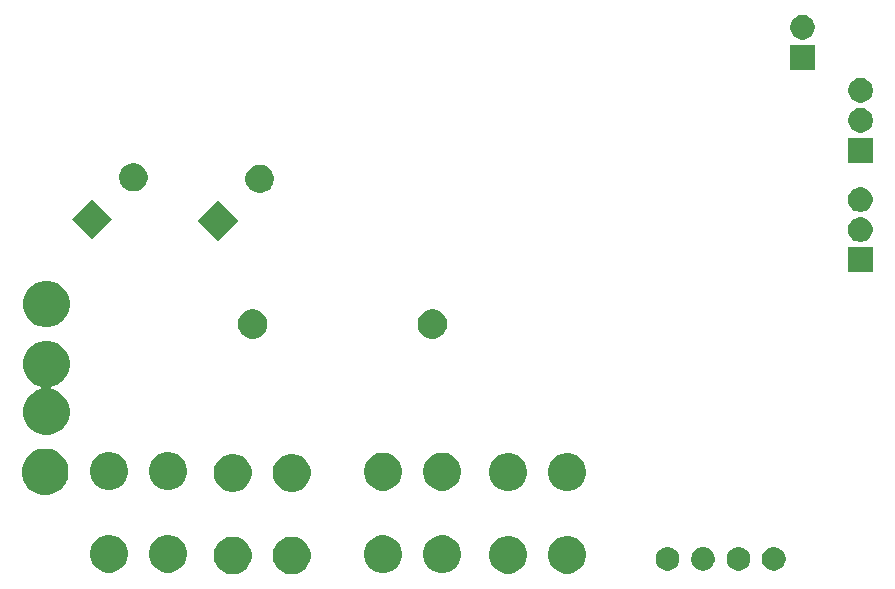
<source format=gbr>
G04 #@! TF.GenerationSoftware,KiCad,Pcbnew,5.1.5+dfsg1-2build2*
G04 #@! TF.CreationDate,2024-07-20T11:36:23-04:00*
G04 #@! TF.ProjectId,pypilot_controller,70797069-6c6f-4745-9f63-6f6e74726f6c,rev?*
G04 #@! TF.SameCoordinates,Original*
G04 #@! TF.FileFunction,Soldermask,Bot*
G04 #@! TF.FilePolarity,Negative*
%FSLAX46Y46*%
G04 Gerber Fmt 4.6, Leading zero omitted, Abs format (unit mm)*
G04 Created by KiCad (PCBNEW 5.1.5+dfsg1-2build2) date 2024-07-20 11:36:23*
%MOMM*%
%LPD*%
G04 APERTURE LIST*
%ADD10C,0.100000*%
G04 APERTURE END LIST*
D10*
G36*
X27386903Y-47092086D02*
G01*
X27678083Y-47212697D01*
X27940140Y-47387798D01*
X28163002Y-47610660D01*
X28338103Y-47872717D01*
X28458714Y-48163897D01*
X28520200Y-48473012D01*
X28520200Y-48788188D01*
X28458714Y-49097303D01*
X28338103Y-49388483D01*
X28163002Y-49650540D01*
X27940140Y-49873402D01*
X27678083Y-50048503D01*
X27386903Y-50169114D01*
X27077788Y-50230600D01*
X26762612Y-50230600D01*
X26453497Y-50169114D01*
X26162317Y-50048503D01*
X25900260Y-49873402D01*
X25677398Y-49650540D01*
X25502297Y-49388483D01*
X25381686Y-49097303D01*
X25320200Y-48788188D01*
X25320200Y-48473012D01*
X25381686Y-48163897D01*
X25502297Y-47872717D01*
X25677398Y-47610660D01*
X25900260Y-47387798D01*
X26162317Y-47212697D01*
X26453497Y-47092086D01*
X26762612Y-47030600D01*
X27077788Y-47030600D01*
X27386903Y-47092086D01*
G37*
G36*
X22386903Y-47092086D02*
G01*
X22678083Y-47212697D01*
X22940140Y-47387798D01*
X23163002Y-47610660D01*
X23338103Y-47872717D01*
X23458714Y-48163897D01*
X23520200Y-48473012D01*
X23520200Y-48788188D01*
X23458714Y-49097303D01*
X23338103Y-49388483D01*
X23163002Y-49650540D01*
X22940140Y-49873402D01*
X22678083Y-50048503D01*
X22386903Y-50169114D01*
X22077788Y-50230600D01*
X21762612Y-50230600D01*
X21453497Y-50169114D01*
X21162317Y-50048503D01*
X20900260Y-49873402D01*
X20677398Y-49650540D01*
X20502297Y-49388483D01*
X20381686Y-49097303D01*
X20320200Y-48788188D01*
X20320200Y-48473012D01*
X20381686Y-48163897D01*
X20502297Y-47872717D01*
X20677398Y-47610660D01*
X20900260Y-47387798D01*
X21162317Y-47212697D01*
X21453497Y-47092086D01*
X21762612Y-47030600D01*
X22077788Y-47030600D01*
X22386903Y-47092086D01*
G37*
G36*
X50704103Y-47026286D02*
G01*
X50995283Y-47146897D01*
X51257340Y-47321998D01*
X51480202Y-47544860D01*
X51655303Y-47806917D01*
X51775914Y-48098097D01*
X51837400Y-48407212D01*
X51837400Y-48722388D01*
X51775914Y-49031503D01*
X51655303Y-49322683D01*
X51480202Y-49584740D01*
X51257340Y-49807602D01*
X50995283Y-49982703D01*
X50704103Y-50103314D01*
X50394988Y-50164800D01*
X50079812Y-50164800D01*
X49770697Y-50103314D01*
X49479517Y-49982703D01*
X49217460Y-49807602D01*
X48994598Y-49584740D01*
X48819497Y-49322683D01*
X48698886Y-49031503D01*
X48637400Y-48722388D01*
X48637400Y-48407212D01*
X48698886Y-48098097D01*
X48819497Y-47806917D01*
X48994598Y-47544860D01*
X49217460Y-47321998D01*
X49479517Y-47146897D01*
X49770697Y-47026286D01*
X50079812Y-46964800D01*
X50394988Y-46964800D01*
X50704103Y-47026286D01*
G37*
G36*
X45704103Y-47026286D02*
G01*
X45995283Y-47146897D01*
X46257340Y-47321998D01*
X46480202Y-47544860D01*
X46655303Y-47806917D01*
X46775914Y-48098097D01*
X46837400Y-48407212D01*
X46837400Y-48722388D01*
X46775914Y-49031503D01*
X46655303Y-49322683D01*
X46480202Y-49584740D01*
X46257340Y-49807602D01*
X45995283Y-49982703D01*
X45704103Y-50103314D01*
X45394988Y-50164800D01*
X45079812Y-50164800D01*
X44770697Y-50103314D01*
X44479517Y-49982703D01*
X44217460Y-49807602D01*
X43994598Y-49584740D01*
X43819497Y-49322683D01*
X43698886Y-49031503D01*
X43637400Y-48722388D01*
X43637400Y-48407212D01*
X43698886Y-48098097D01*
X43819497Y-47806917D01*
X43994598Y-47544860D01*
X44217460Y-47321998D01*
X44479517Y-47146897D01*
X44770697Y-47026286D01*
X45079812Y-46964800D01*
X45394988Y-46964800D01*
X45704103Y-47026286D01*
G37*
G36*
X40116103Y-46990486D02*
G01*
X40407283Y-47111097D01*
X40669340Y-47286198D01*
X40892202Y-47509060D01*
X41067303Y-47771117D01*
X41187914Y-48062297D01*
X41249400Y-48371412D01*
X41249400Y-48686588D01*
X41187914Y-48995703D01*
X41067303Y-49286883D01*
X40892202Y-49548940D01*
X40669340Y-49771802D01*
X40407283Y-49946903D01*
X40116103Y-50067514D01*
X39806988Y-50129000D01*
X39491812Y-50129000D01*
X39182697Y-50067514D01*
X38891517Y-49946903D01*
X38629460Y-49771802D01*
X38406598Y-49548940D01*
X38231497Y-49286883D01*
X38110886Y-48995703D01*
X38049400Y-48686588D01*
X38049400Y-48371412D01*
X38110886Y-48062297D01*
X38231497Y-47771117D01*
X38406598Y-47509060D01*
X38629460Y-47286198D01*
X38891517Y-47111097D01*
X39182697Y-46990486D01*
X39491812Y-46929000D01*
X39806988Y-46929000D01*
X40116103Y-46990486D01*
G37*
G36*
X35116103Y-46990486D02*
G01*
X35407283Y-47111097D01*
X35669340Y-47286198D01*
X35892202Y-47509060D01*
X36067303Y-47771117D01*
X36187914Y-48062297D01*
X36249400Y-48371412D01*
X36249400Y-48686588D01*
X36187914Y-48995703D01*
X36067303Y-49286883D01*
X35892202Y-49548940D01*
X35669340Y-49771802D01*
X35407283Y-49946903D01*
X35116103Y-50067514D01*
X34806988Y-50129000D01*
X34491812Y-50129000D01*
X34182697Y-50067514D01*
X33891517Y-49946903D01*
X33629460Y-49771802D01*
X33406598Y-49548940D01*
X33231497Y-49286883D01*
X33110886Y-48995703D01*
X33049400Y-48686588D01*
X33049400Y-48371412D01*
X33110886Y-48062297D01*
X33231497Y-47771117D01*
X33406598Y-47509060D01*
X33629460Y-47286198D01*
X33891517Y-47111097D01*
X34182697Y-46990486D01*
X34491812Y-46929000D01*
X34806988Y-46929000D01*
X35116103Y-46990486D01*
G37*
G36*
X16911303Y-46944886D02*
G01*
X17202483Y-47065497D01*
X17464540Y-47240598D01*
X17687402Y-47463460D01*
X17862503Y-47725517D01*
X17983114Y-48016697D01*
X18044600Y-48325812D01*
X18044600Y-48640988D01*
X17983114Y-48950103D01*
X17862503Y-49241283D01*
X17687402Y-49503340D01*
X17464540Y-49726202D01*
X17202483Y-49901303D01*
X16911303Y-50021914D01*
X16602188Y-50083400D01*
X16287012Y-50083400D01*
X15977897Y-50021914D01*
X15686717Y-49901303D01*
X15424660Y-49726202D01*
X15201798Y-49503340D01*
X15026697Y-49241283D01*
X14906086Y-48950103D01*
X14844600Y-48640988D01*
X14844600Y-48325812D01*
X14906086Y-48016697D01*
X15026697Y-47725517D01*
X15201798Y-47463460D01*
X15424660Y-47240598D01*
X15686717Y-47065497D01*
X15977897Y-46944886D01*
X16287012Y-46883400D01*
X16602188Y-46883400D01*
X16911303Y-46944886D01*
G37*
G36*
X11911303Y-46944886D02*
G01*
X12202483Y-47065497D01*
X12464540Y-47240598D01*
X12687402Y-47463460D01*
X12862503Y-47725517D01*
X12983114Y-48016697D01*
X13044600Y-48325812D01*
X13044600Y-48640988D01*
X12983114Y-48950103D01*
X12862503Y-49241283D01*
X12687402Y-49503340D01*
X12464540Y-49726202D01*
X12202483Y-49901303D01*
X11911303Y-50021914D01*
X11602188Y-50083400D01*
X11287012Y-50083400D01*
X10977897Y-50021914D01*
X10686717Y-49901303D01*
X10424660Y-49726202D01*
X10201798Y-49503340D01*
X10026697Y-49241283D01*
X9906086Y-48950103D01*
X9844600Y-48640988D01*
X9844600Y-48325812D01*
X9906086Y-48016697D01*
X10026697Y-47725517D01*
X10201798Y-47463460D01*
X10424660Y-47240598D01*
X10686717Y-47065497D01*
X10977897Y-46944886D01*
X11287012Y-46883400D01*
X11602188Y-46883400D01*
X11911303Y-46944886D01*
G37*
G36*
X58969090Y-47946019D02*
G01*
X59033489Y-47958829D01*
X59215478Y-48034211D01*
X59379263Y-48143649D01*
X59518551Y-48282937D01*
X59627989Y-48446722D01*
X59703371Y-48628711D01*
X59705813Y-48640988D01*
X59741800Y-48821907D01*
X59741800Y-49018893D01*
X59726203Y-49097303D01*
X59703371Y-49212089D01*
X59627989Y-49394078D01*
X59518551Y-49557863D01*
X59379263Y-49697151D01*
X59215478Y-49806589D01*
X59033489Y-49881971D01*
X58969090Y-49894781D01*
X58840293Y-49920400D01*
X58643307Y-49920400D01*
X58514510Y-49894781D01*
X58450111Y-49881971D01*
X58268122Y-49806589D01*
X58104337Y-49697151D01*
X57965049Y-49557863D01*
X57855611Y-49394078D01*
X57780229Y-49212089D01*
X57757397Y-49097303D01*
X57741800Y-49018893D01*
X57741800Y-48821907D01*
X57777787Y-48640988D01*
X57780229Y-48628711D01*
X57855611Y-48446722D01*
X57965049Y-48282937D01*
X58104337Y-48143649D01*
X58268122Y-48034211D01*
X58450111Y-47958829D01*
X58514510Y-47946019D01*
X58643307Y-47920400D01*
X58840293Y-47920400D01*
X58969090Y-47946019D01*
G37*
G36*
X67969090Y-47946019D02*
G01*
X68033489Y-47958829D01*
X68215478Y-48034211D01*
X68379263Y-48143649D01*
X68518551Y-48282937D01*
X68627989Y-48446722D01*
X68703371Y-48628711D01*
X68705813Y-48640988D01*
X68741800Y-48821907D01*
X68741800Y-49018893D01*
X68726203Y-49097303D01*
X68703371Y-49212089D01*
X68627989Y-49394078D01*
X68518551Y-49557863D01*
X68379263Y-49697151D01*
X68215478Y-49806589D01*
X68033489Y-49881971D01*
X67969090Y-49894781D01*
X67840293Y-49920400D01*
X67643307Y-49920400D01*
X67514510Y-49894781D01*
X67450111Y-49881971D01*
X67268122Y-49806589D01*
X67104337Y-49697151D01*
X66965049Y-49557863D01*
X66855611Y-49394078D01*
X66780229Y-49212089D01*
X66757397Y-49097303D01*
X66741800Y-49018893D01*
X66741800Y-48821907D01*
X66777787Y-48640988D01*
X66780229Y-48628711D01*
X66855611Y-48446722D01*
X66965049Y-48282937D01*
X67104337Y-48143649D01*
X67268122Y-48034211D01*
X67450111Y-47958829D01*
X67514510Y-47946019D01*
X67643307Y-47920400D01*
X67840293Y-47920400D01*
X67969090Y-47946019D01*
G37*
G36*
X64969090Y-47946019D02*
G01*
X65033489Y-47958829D01*
X65215478Y-48034211D01*
X65379263Y-48143649D01*
X65518551Y-48282937D01*
X65627989Y-48446722D01*
X65703371Y-48628711D01*
X65705813Y-48640988D01*
X65741800Y-48821907D01*
X65741800Y-49018893D01*
X65726203Y-49097303D01*
X65703371Y-49212089D01*
X65627989Y-49394078D01*
X65518551Y-49557863D01*
X65379263Y-49697151D01*
X65215478Y-49806589D01*
X65033489Y-49881971D01*
X64969090Y-49894781D01*
X64840293Y-49920400D01*
X64643307Y-49920400D01*
X64514510Y-49894781D01*
X64450111Y-49881971D01*
X64268122Y-49806589D01*
X64104337Y-49697151D01*
X63965049Y-49557863D01*
X63855611Y-49394078D01*
X63780229Y-49212089D01*
X63757397Y-49097303D01*
X63741800Y-49018893D01*
X63741800Y-48821907D01*
X63777787Y-48640988D01*
X63780229Y-48628711D01*
X63855611Y-48446722D01*
X63965049Y-48282937D01*
X64104337Y-48143649D01*
X64268122Y-48034211D01*
X64450111Y-47958829D01*
X64514510Y-47946019D01*
X64643307Y-47920400D01*
X64840293Y-47920400D01*
X64969090Y-47946019D01*
G37*
G36*
X61969090Y-47946019D02*
G01*
X62033489Y-47958829D01*
X62215478Y-48034211D01*
X62379263Y-48143649D01*
X62518551Y-48282937D01*
X62627989Y-48446722D01*
X62703371Y-48628711D01*
X62705813Y-48640988D01*
X62741800Y-48821907D01*
X62741800Y-49018893D01*
X62726203Y-49097303D01*
X62703371Y-49212089D01*
X62627989Y-49394078D01*
X62518551Y-49557863D01*
X62379263Y-49697151D01*
X62215478Y-49806589D01*
X62033489Y-49881971D01*
X61969090Y-49894781D01*
X61840293Y-49920400D01*
X61643307Y-49920400D01*
X61514510Y-49894781D01*
X61450111Y-49881971D01*
X61268122Y-49806589D01*
X61104337Y-49697151D01*
X60965049Y-49557863D01*
X60855611Y-49394078D01*
X60780229Y-49212089D01*
X60757397Y-49097303D01*
X60741800Y-49018893D01*
X60741800Y-48821907D01*
X60777787Y-48640988D01*
X60780229Y-48628711D01*
X60855611Y-48446722D01*
X60965049Y-48282937D01*
X61104337Y-48143649D01*
X61268122Y-48034211D01*
X61450111Y-47958829D01*
X61514510Y-47946019D01*
X61643307Y-47920400D01*
X61840293Y-47920400D01*
X61969090Y-47946019D01*
G37*
G36*
X6624627Y-39655705D02*
G01*
X6983143Y-39804208D01*
X6983145Y-39804209D01*
X7305802Y-40019801D01*
X7580199Y-40294198D01*
X7795791Y-40616855D01*
X7795792Y-40616857D01*
X7944295Y-40975373D01*
X8020000Y-41355971D01*
X8020000Y-41744029D01*
X7944295Y-42124627D01*
X7835001Y-42388484D01*
X7795791Y-42483145D01*
X7580199Y-42805802D01*
X7305802Y-43080199D01*
X6983145Y-43295791D01*
X6983144Y-43295792D01*
X6983143Y-43295792D01*
X6624627Y-43444295D01*
X6244029Y-43520000D01*
X5855971Y-43520000D01*
X5475373Y-43444295D01*
X5116857Y-43295792D01*
X5116856Y-43295792D01*
X5116855Y-43295791D01*
X4794198Y-43080199D01*
X4519801Y-42805802D01*
X4304209Y-42483145D01*
X4264999Y-42388484D01*
X4155705Y-42124627D01*
X4080000Y-41744029D01*
X4080000Y-41355971D01*
X4155705Y-40975373D01*
X4304208Y-40616857D01*
X4304209Y-40616855D01*
X4519801Y-40294198D01*
X4794198Y-40019801D01*
X5116855Y-39804209D01*
X5116857Y-39804208D01*
X5475373Y-39655705D01*
X5855971Y-39580000D01*
X6244029Y-39580000D01*
X6624627Y-39655705D01*
G37*
G36*
X27386903Y-40092086D02*
G01*
X27678083Y-40212697D01*
X27940140Y-40387798D01*
X28163002Y-40610660D01*
X28338103Y-40872717D01*
X28458714Y-41163897D01*
X28520200Y-41473012D01*
X28520200Y-41788188D01*
X28458714Y-42097303D01*
X28338103Y-42388483D01*
X28163002Y-42650540D01*
X27940140Y-42873402D01*
X27678083Y-43048503D01*
X27386903Y-43169114D01*
X27077788Y-43230600D01*
X26762612Y-43230600D01*
X26453497Y-43169114D01*
X26162317Y-43048503D01*
X25900260Y-42873402D01*
X25677398Y-42650540D01*
X25502297Y-42388483D01*
X25381686Y-42097303D01*
X25320200Y-41788188D01*
X25320200Y-41473012D01*
X25381686Y-41163897D01*
X25502297Y-40872717D01*
X25677398Y-40610660D01*
X25900260Y-40387798D01*
X26162317Y-40212697D01*
X26453497Y-40092086D01*
X26762612Y-40030600D01*
X27077788Y-40030600D01*
X27386903Y-40092086D01*
G37*
G36*
X22386903Y-40092086D02*
G01*
X22678083Y-40212697D01*
X22940140Y-40387798D01*
X23163002Y-40610660D01*
X23338103Y-40872717D01*
X23458714Y-41163897D01*
X23520200Y-41473012D01*
X23520200Y-41788188D01*
X23458714Y-42097303D01*
X23338103Y-42388483D01*
X23163002Y-42650540D01*
X22940140Y-42873402D01*
X22678083Y-43048503D01*
X22386903Y-43169114D01*
X22077788Y-43230600D01*
X21762612Y-43230600D01*
X21453497Y-43169114D01*
X21162317Y-43048503D01*
X20900260Y-42873402D01*
X20677398Y-42650540D01*
X20502297Y-42388483D01*
X20381686Y-42097303D01*
X20320200Y-41788188D01*
X20320200Y-41473012D01*
X20381686Y-41163897D01*
X20502297Y-40872717D01*
X20677398Y-40610660D01*
X20900260Y-40387798D01*
X21162317Y-40212697D01*
X21453497Y-40092086D01*
X21762612Y-40030600D01*
X22077788Y-40030600D01*
X22386903Y-40092086D01*
G37*
G36*
X45704103Y-40026286D02*
G01*
X45995283Y-40146897D01*
X46257340Y-40321998D01*
X46480202Y-40544860D01*
X46655303Y-40806917D01*
X46775914Y-41098097D01*
X46837400Y-41407212D01*
X46837400Y-41722388D01*
X46775914Y-42031503D01*
X46655303Y-42322683D01*
X46480202Y-42584740D01*
X46257340Y-42807602D01*
X45995283Y-42982703D01*
X45704103Y-43103314D01*
X45394988Y-43164800D01*
X45079812Y-43164800D01*
X44770697Y-43103314D01*
X44479517Y-42982703D01*
X44217460Y-42807602D01*
X43994598Y-42584740D01*
X43819497Y-42322683D01*
X43698886Y-42031503D01*
X43637400Y-41722388D01*
X43637400Y-41407212D01*
X43698886Y-41098097D01*
X43819497Y-40806917D01*
X43994598Y-40544860D01*
X44217460Y-40321998D01*
X44479517Y-40146897D01*
X44770697Y-40026286D01*
X45079812Y-39964800D01*
X45394988Y-39964800D01*
X45704103Y-40026286D01*
G37*
G36*
X50704103Y-40026286D02*
G01*
X50995283Y-40146897D01*
X51257340Y-40321998D01*
X51480202Y-40544860D01*
X51655303Y-40806917D01*
X51775914Y-41098097D01*
X51837400Y-41407212D01*
X51837400Y-41722388D01*
X51775914Y-42031503D01*
X51655303Y-42322683D01*
X51480202Y-42584740D01*
X51257340Y-42807602D01*
X50995283Y-42982703D01*
X50704103Y-43103314D01*
X50394988Y-43164800D01*
X50079812Y-43164800D01*
X49770697Y-43103314D01*
X49479517Y-42982703D01*
X49217460Y-42807602D01*
X48994598Y-42584740D01*
X48819497Y-42322683D01*
X48698886Y-42031503D01*
X48637400Y-41722388D01*
X48637400Y-41407212D01*
X48698886Y-41098097D01*
X48819497Y-40806917D01*
X48994598Y-40544860D01*
X49217460Y-40321998D01*
X49479517Y-40146897D01*
X49770697Y-40026286D01*
X50079812Y-39964800D01*
X50394988Y-39964800D01*
X50704103Y-40026286D01*
G37*
G36*
X35116103Y-39990486D02*
G01*
X35407283Y-40111097D01*
X35669340Y-40286198D01*
X35892202Y-40509060D01*
X36067303Y-40771117D01*
X36187914Y-41062297D01*
X36249400Y-41371412D01*
X36249400Y-41686588D01*
X36187914Y-41995703D01*
X36067303Y-42286883D01*
X35892202Y-42548940D01*
X35669340Y-42771802D01*
X35407283Y-42946903D01*
X35116103Y-43067514D01*
X34806988Y-43129000D01*
X34491812Y-43129000D01*
X34182697Y-43067514D01*
X33891517Y-42946903D01*
X33629460Y-42771802D01*
X33406598Y-42548940D01*
X33231497Y-42286883D01*
X33110886Y-41995703D01*
X33049400Y-41686588D01*
X33049400Y-41371412D01*
X33110886Y-41062297D01*
X33231497Y-40771117D01*
X33406598Y-40509060D01*
X33629460Y-40286198D01*
X33891517Y-40111097D01*
X34182697Y-39990486D01*
X34491812Y-39929000D01*
X34806988Y-39929000D01*
X35116103Y-39990486D01*
G37*
G36*
X40116103Y-39990486D02*
G01*
X40407283Y-40111097D01*
X40669340Y-40286198D01*
X40892202Y-40509060D01*
X41067303Y-40771117D01*
X41187914Y-41062297D01*
X41249400Y-41371412D01*
X41249400Y-41686588D01*
X41187914Y-41995703D01*
X41067303Y-42286883D01*
X40892202Y-42548940D01*
X40669340Y-42771802D01*
X40407283Y-42946903D01*
X40116103Y-43067514D01*
X39806988Y-43129000D01*
X39491812Y-43129000D01*
X39182697Y-43067514D01*
X38891517Y-42946903D01*
X38629460Y-42771802D01*
X38406598Y-42548940D01*
X38231497Y-42286883D01*
X38110886Y-41995703D01*
X38049400Y-41686588D01*
X38049400Y-41371412D01*
X38110886Y-41062297D01*
X38231497Y-40771117D01*
X38406598Y-40509060D01*
X38629460Y-40286198D01*
X38891517Y-40111097D01*
X39182697Y-39990486D01*
X39491812Y-39929000D01*
X39806988Y-39929000D01*
X40116103Y-39990486D01*
G37*
G36*
X16911303Y-39944886D02*
G01*
X17202483Y-40065497D01*
X17464540Y-40240598D01*
X17687402Y-40463460D01*
X17862503Y-40725517D01*
X17983114Y-41016697D01*
X18044600Y-41325812D01*
X18044600Y-41640988D01*
X17983114Y-41950103D01*
X17862503Y-42241283D01*
X17687402Y-42503340D01*
X17464540Y-42726202D01*
X17202483Y-42901303D01*
X16911303Y-43021914D01*
X16602188Y-43083400D01*
X16287012Y-43083400D01*
X15977897Y-43021914D01*
X15686717Y-42901303D01*
X15424660Y-42726202D01*
X15201798Y-42503340D01*
X15026697Y-42241283D01*
X14906086Y-41950103D01*
X14844600Y-41640988D01*
X14844600Y-41325812D01*
X14906086Y-41016697D01*
X15026697Y-40725517D01*
X15201798Y-40463460D01*
X15424660Y-40240598D01*
X15686717Y-40065497D01*
X15977897Y-39944886D01*
X16287012Y-39883400D01*
X16602188Y-39883400D01*
X16911303Y-39944886D01*
G37*
G36*
X11911303Y-39944886D02*
G01*
X12202483Y-40065497D01*
X12464540Y-40240598D01*
X12687402Y-40463460D01*
X12862503Y-40725517D01*
X12983114Y-41016697D01*
X13044600Y-41325812D01*
X13044600Y-41640988D01*
X12983114Y-41950103D01*
X12862503Y-42241283D01*
X12687402Y-42503340D01*
X12464540Y-42726202D01*
X12202483Y-42901303D01*
X11911303Y-43021914D01*
X11602188Y-43083400D01*
X11287012Y-43083400D01*
X10977897Y-43021914D01*
X10686717Y-42901303D01*
X10424660Y-42726202D01*
X10201798Y-42503340D01*
X10026697Y-42241283D01*
X9906086Y-41950103D01*
X9844600Y-41640988D01*
X9844600Y-41325812D01*
X9906086Y-41016697D01*
X10026697Y-40725517D01*
X10201798Y-40463460D01*
X10424660Y-40240598D01*
X10686717Y-40065497D01*
X10977897Y-39944886D01*
X11287012Y-39883400D01*
X11602188Y-39883400D01*
X11911303Y-39944886D01*
G37*
G36*
X6724627Y-30515705D02*
G01*
X7083143Y-30664208D01*
X7083145Y-30664209D01*
X7405802Y-30879801D01*
X7680199Y-31154198D01*
X7895791Y-31476855D01*
X7895792Y-31476857D01*
X8044295Y-31835373D01*
X8120000Y-32215971D01*
X8120000Y-32604029D01*
X8044295Y-32984627D01*
X7895792Y-33343143D01*
X7895791Y-33343145D01*
X7680199Y-33665802D01*
X7405802Y-33940199D01*
X7083145Y-34155791D01*
X7083144Y-34155792D01*
X7083143Y-34155792D01*
X6724627Y-34304295D01*
X6658728Y-34317403D01*
X6635279Y-34324516D01*
X6613669Y-34336067D01*
X6594727Y-34351612D01*
X6579181Y-34370554D01*
X6567630Y-34392165D01*
X6560517Y-34415614D01*
X6558115Y-34440000D01*
X6560517Y-34464386D01*
X6567630Y-34487835D01*
X6579181Y-34509445D01*
X6594726Y-34528387D01*
X6613668Y-34543933D01*
X6635279Y-34555484D01*
X6658728Y-34562597D01*
X6724627Y-34575705D01*
X7083143Y-34724208D01*
X7083145Y-34724209D01*
X7405802Y-34939801D01*
X7680199Y-35214198D01*
X7895791Y-35536855D01*
X7895792Y-35536857D01*
X8044295Y-35895373D01*
X8120000Y-36275971D01*
X8120000Y-36664029D01*
X8044295Y-37044627D01*
X7895792Y-37403143D01*
X7895791Y-37403145D01*
X7680199Y-37725802D01*
X7405802Y-38000199D01*
X7083145Y-38215791D01*
X7083144Y-38215792D01*
X7083143Y-38215792D01*
X6724627Y-38364295D01*
X6344029Y-38440000D01*
X5955971Y-38440000D01*
X5575373Y-38364295D01*
X5216857Y-38215792D01*
X5216856Y-38215792D01*
X5216855Y-38215791D01*
X4894198Y-38000199D01*
X4619801Y-37725802D01*
X4404209Y-37403145D01*
X4404208Y-37403143D01*
X4255705Y-37044627D01*
X4180000Y-36664029D01*
X4180000Y-36275971D01*
X4255705Y-35895373D01*
X4404208Y-35536857D01*
X4404209Y-35536855D01*
X4619801Y-35214198D01*
X4894198Y-34939801D01*
X5216855Y-34724209D01*
X5216857Y-34724208D01*
X5575373Y-34575705D01*
X5641272Y-34562597D01*
X5664721Y-34555484D01*
X5686331Y-34543933D01*
X5705273Y-34528388D01*
X5720819Y-34509446D01*
X5732370Y-34487835D01*
X5739483Y-34464386D01*
X5741885Y-34440000D01*
X5739483Y-34415614D01*
X5732370Y-34392165D01*
X5720819Y-34370555D01*
X5705274Y-34351613D01*
X5686332Y-34336067D01*
X5664721Y-34324516D01*
X5641272Y-34317403D01*
X5575373Y-34304295D01*
X5216857Y-34155792D01*
X5216856Y-34155792D01*
X5216855Y-34155791D01*
X4894198Y-33940199D01*
X4619801Y-33665802D01*
X4404209Y-33343145D01*
X4404208Y-33343143D01*
X4255705Y-32984627D01*
X4180000Y-32604029D01*
X4180000Y-32215971D01*
X4255705Y-31835373D01*
X4404208Y-31476857D01*
X4404209Y-31476855D01*
X4619801Y-31154198D01*
X4894198Y-30879801D01*
X5216855Y-30664209D01*
X5216857Y-30664208D01*
X5575373Y-30515705D01*
X5955971Y-30440000D01*
X6344029Y-30440000D01*
X6724627Y-30515705D01*
G37*
G36*
X39201210Y-27830236D02*
G01*
X39428695Y-27924464D01*
X39428697Y-27924465D01*
X39633428Y-28061262D01*
X39807538Y-28235372D01*
X39944336Y-28440105D01*
X40038564Y-28667590D01*
X40086600Y-28909084D01*
X40086600Y-29155316D01*
X40038564Y-29396810D01*
X39944336Y-29624295D01*
X39944335Y-29624297D01*
X39807538Y-29829028D01*
X39633428Y-30003138D01*
X39428697Y-30139935D01*
X39428696Y-30139936D01*
X39428695Y-30139936D01*
X39201210Y-30234164D01*
X38959716Y-30282200D01*
X38713484Y-30282200D01*
X38471990Y-30234164D01*
X38244505Y-30139936D01*
X38244504Y-30139936D01*
X38244503Y-30139935D01*
X38039772Y-30003138D01*
X37865662Y-29829028D01*
X37728865Y-29624297D01*
X37728864Y-29624295D01*
X37634636Y-29396810D01*
X37586600Y-29155316D01*
X37586600Y-28909084D01*
X37634636Y-28667590D01*
X37728864Y-28440105D01*
X37865662Y-28235372D01*
X38039772Y-28061262D01*
X38244503Y-27924465D01*
X38244505Y-27924464D01*
X38471990Y-27830236D01*
X38713484Y-27782200D01*
X38959716Y-27782200D01*
X39201210Y-27830236D01*
G37*
G36*
X23981210Y-27830236D02*
G01*
X24208695Y-27924464D01*
X24208697Y-27924465D01*
X24413428Y-28061262D01*
X24587538Y-28235372D01*
X24724336Y-28440105D01*
X24818564Y-28667590D01*
X24866600Y-28909084D01*
X24866600Y-29155316D01*
X24818564Y-29396810D01*
X24724336Y-29624295D01*
X24724335Y-29624297D01*
X24587538Y-29829028D01*
X24413428Y-30003138D01*
X24208697Y-30139935D01*
X24208696Y-30139936D01*
X24208695Y-30139936D01*
X23981210Y-30234164D01*
X23739716Y-30282200D01*
X23493484Y-30282200D01*
X23251990Y-30234164D01*
X23024505Y-30139936D01*
X23024504Y-30139936D01*
X23024503Y-30139935D01*
X22819772Y-30003138D01*
X22645662Y-29829028D01*
X22508865Y-29624297D01*
X22508864Y-29624295D01*
X22414636Y-29396810D01*
X22366600Y-29155316D01*
X22366600Y-28909084D01*
X22414636Y-28667590D01*
X22508864Y-28440105D01*
X22645662Y-28235372D01*
X22819772Y-28061262D01*
X23024503Y-27924465D01*
X23024505Y-27924464D01*
X23251990Y-27830236D01*
X23493484Y-27782200D01*
X23739716Y-27782200D01*
X23981210Y-27830236D01*
G37*
G36*
X6724627Y-25435705D02*
G01*
X7083143Y-25584208D01*
X7083145Y-25584209D01*
X7405802Y-25799801D01*
X7680199Y-26074198D01*
X7895791Y-26396855D01*
X7895792Y-26396857D01*
X8044295Y-26755373D01*
X8120000Y-27135971D01*
X8120000Y-27524029D01*
X8044295Y-27904627D01*
X7979414Y-28061262D01*
X7895791Y-28263145D01*
X7680199Y-28585802D01*
X7405802Y-28860199D01*
X7083145Y-29075791D01*
X7083144Y-29075792D01*
X7083143Y-29075792D01*
X6724627Y-29224295D01*
X6344029Y-29300000D01*
X5955971Y-29300000D01*
X5575373Y-29224295D01*
X5216857Y-29075792D01*
X5216856Y-29075792D01*
X5216855Y-29075791D01*
X4894198Y-28860199D01*
X4619801Y-28585802D01*
X4404209Y-28263145D01*
X4320586Y-28061262D01*
X4255705Y-27904627D01*
X4180000Y-27524029D01*
X4180000Y-27135971D01*
X4255705Y-26755373D01*
X4404208Y-26396857D01*
X4404209Y-26396855D01*
X4619801Y-26074198D01*
X4894198Y-25799801D01*
X5216855Y-25584209D01*
X5216857Y-25584208D01*
X5575373Y-25435705D01*
X5955971Y-25360000D01*
X6344029Y-25360000D01*
X6724627Y-25435705D01*
G37*
G36*
X76107000Y-24621200D02*
G01*
X74007000Y-24621200D01*
X74007000Y-22521200D01*
X76107000Y-22521200D01*
X76107000Y-24621200D01*
G37*
G36*
X75185687Y-19986227D02*
G01*
X75363274Y-20021550D01*
X75554362Y-20100702D01*
X75726336Y-20215611D01*
X75872589Y-20361864D01*
X75987498Y-20533838D01*
X76066650Y-20724926D01*
X76107000Y-20927784D01*
X76107000Y-21134616D01*
X76066650Y-21337474D01*
X75987498Y-21528562D01*
X75872589Y-21700536D01*
X75726336Y-21846789D01*
X75554362Y-21961698D01*
X75363274Y-22040850D01*
X75185687Y-22076173D01*
X75160417Y-22081200D01*
X74953583Y-22081200D01*
X74928313Y-22076173D01*
X74750726Y-22040850D01*
X74559638Y-21961698D01*
X74387664Y-21846789D01*
X74241411Y-21700536D01*
X74126502Y-21528562D01*
X74047350Y-21337474D01*
X74007000Y-21134616D01*
X74007000Y-20927784D01*
X74047350Y-20724926D01*
X74126502Y-20533838D01*
X74241411Y-20361864D01*
X74387664Y-20215611D01*
X74559638Y-20100702D01*
X74750726Y-20021550D01*
X74928313Y-19986227D01*
X74953583Y-19981200D01*
X75160417Y-19981200D01*
X75185687Y-19986227D01*
G37*
G36*
X22372656Y-20269200D02*
G01*
X20675600Y-21966256D01*
X18978544Y-20269200D01*
X20675600Y-18572144D01*
X22372656Y-20269200D01*
G37*
G36*
X11679256Y-20142200D02*
G01*
X9982200Y-21839256D01*
X8285144Y-20142200D01*
X9982200Y-18445144D01*
X11679256Y-20142200D01*
G37*
G36*
X75185687Y-17446227D02*
G01*
X75363274Y-17481550D01*
X75554362Y-17560702D01*
X75726336Y-17675611D01*
X75872589Y-17821864D01*
X75987498Y-17993838D01*
X76066650Y-18184926D01*
X76107000Y-18387784D01*
X76107000Y-18594616D01*
X76066650Y-18797474D01*
X75987498Y-18988562D01*
X75872589Y-19160536D01*
X75726336Y-19306789D01*
X75554362Y-19421698D01*
X75363274Y-19500850D01*
X75185687Y-19536173D01*
X75160417Y-19541200D01*
X74953583Y-19541200D01*
X74928313Y-19536173D01*
X74750726Y-19500850D01*
X74559638Y-19421698D01*
X74387664Y-19306789D01*
X74241411Y-19160536D01*
X74126502Y-18988562D01*
X74047350Y-18797474D01*
X74007000Y-18594616D01*
X74007000Y-18387784D01*
X74047350Y-18184926D01*
X74126502Y-17993838D01*
X74241411Y-17821864D01*
X74387664Y-17675611D01*
X74559638Y-17560702D01*
X74750726Y-17481550D01*
X74928313Y-17446227D01*
X74953583Y-17441200D01*
X75160417Y-17441200D01*
X75185687Y-17446227D01*
G37*
G36*
X24561160Y-15579781D02*
G01*
X24779545Y-15670239D01*
X24779547Y-15670240D01*
X24976089Y-15801565D01*
X25143235Y-15968711D01*
X25274561Y-16165255D01*
X25365019Y-16383640D01*
X25411134Y-16615475D01*
X25411134Y-16851857D01*
X25365019Y-17083692D01*
X25327166Y-17175077D01*
X25274560Y-17302079D01*
X25143235Y-17498621D01*
X24976089Y-17665767D01*
X24779547Y-17797092D01*
X24779546Y-17797093D01*
X24779545Y-17797093D01*
X24561160Y-17887551D01*
X24329325Y-17933666D01*
X24092943Y-17933666D01*
X23861108Y-17887551D01*
X23642723Y-17797093D01*
X23642722Y-17797093D01*
X23642721Y-17797092D01*
X23446179Y-17665767D01*
X23279033Y-17498621D01*
X23147708Y-17302079D01*
X23095102Y-17175077D01*
X23057249Y-17083692D01*
X23011134Y-16851857D01*
X23011134Y-16615475D01*
X23057249Y-16383640D01*
X23147707Y-16165255D01*
X23279033Y-15968711D01*
X23446179Y-15801565D01*
X23642721Y-15670240D01*
X23642723Y-15670239D01*
X23861108Y-15579781D01*
X24092943Y-15533666D01*
X24329325Y-15533666D01*
X24561160Y-15579781D01*
G37*
G36*
X13867760Y-15452781D02*
G01*
X14086145Y-15543239D01*
X14086147Y-15543240D01*
X14282689Y-15674565D01*
X14449835Y-15841711D01*
X14534694Y-15968711D01*
X14581161Y-16038255D01*
X14671619Y-16256640D01*
X14717734Y-16488475D01*
X14717734Y-16724857D01*
X14671619Y-16956692D01*
X14619014Y-17083692D01*
X14581160Y-17175079D01*
X14449835Y-17371621D01*
X14282689Y-17538767D01*
X14086147Y-17670092D01*
X14086146Y-17670093D01*
X14086145Y-17670093D01*
X13867760Y-17760551D01*
X13635925Y-17806666D01*
X13399543Y-17806666D01*
X13167708Y-17760551D01*
X12949323Y-17670093D01*
X12949322Y-17670093D01*
X12949321Y-17670092D01*
X12752779Y-17538767D01*
X12585633Y-17371621D01*
X12454308Y-17175079D01*
X12416454Y-17083692D01*
X12363849Y-16956692D01*
X12317734Y-16724857D01*
X12317734Y-16488475D01*
X12363849Y-16256640D01*
X12454307Y-16038255D01*
X12500775Y-15968711D01*
X12585633Y-15841711D01*
X12752779Y-15674565D01*
X12949321Y-15543240D01*
X12949323Y-15543239D01*
X13167708Y-15452781D01*
X13399543Y-15406666D01*
X13635925Y-15406666D01*
X13867760Y-15452781D01*
G37*
G36*
X76132400Y-15375600D02*
G01*
X74032400Y-15375600D01*
X74032400Y-13275600D01*
X76132400Y-13275600D01*
X76132400Y-15375600D01*
G37*
G36*
X75211087Y-10740627D02*
G01*
X75388674Y-10775950D01*
X75579762Y-10855102D01*
X75751736Y-10970011D01*
X75897989Y-11116264D01*
X76012898Y-11288238D01*
X76092050Y-11479326D01*
X76132400Y-11682184D01*
X76132400Y-11889016D01*
X76092050Y-12091874D01*
X76012898Y-12282962D01*
X75897989Y-12454936D01*
X75751736Y-12601189D01*
X75579762Y-12716098D01*
X75388674Y-12795250D01*
X75211087Y-12830573D01*
X75185817Y-12835600D01*
X74978983Y-12835600D01*
X74953713Y-12830573D01*
X74776126Y-12795250D01*
X74585038Y-12716098D01*
X74413064Y-12601189D01*
X74266811Y-12454936D01*
X74151902Y-12282962D01*
X74072750Y-12091874D01*
X74032400Y-11889016D01*
X74032400Y-11682184D01*
X74072750Y-11479326D01*
X74151902Y-11288238D01*
X74266811Y-11116264D01*
X74413064Y-10970011D01*
X74585038Y-10855102D01*
X74776126Y-10775950D01*
X74953713Y-10740627D01*
X74978983Y-10735600D01*
X75185817Y-10735600D01*
X75211087Y-10740627D01*
G37*
G36*
X75211087Y-8200627D02*
G01*
X75388674Y-8235950D01*
X75579762Y-8315102D01*
X75751736Y-8430011D01*
X75897989Y-8576264D01*
X76012898Y-8748238D01*
X76092050Y-8939326D01*
X76132400Y-9142184D01*
X76132400Y-9349016D01*
X76092050Y-9551874D01*
X76012898Y-9742962D01*
X75897989Y-9914936D01*
X75751736Y-10061189D01*
X75579762Y-10176098D01*
X75388674Y-10255250D01*
X75211087Y-10290573D01*
X75185817Y-10295600D01*
X74978983Y-10295600D01*
X74953713Y-10290573D01*
X74776126Y-10255250D01*
X74585038Y-10176098D01*
X74413064Y-10061189D01*
X74266811Y-9914936D01*
X74151902Y-9742962D01*
X74072750Y-9551874D01*
X74032400Y-9349016D01*
X74032400Y-9142184D01*
X74072750Y-8939326D01*
X74151902Y-8748238D01*
X74266811Y-8576264D01*
X74413064Y-8430011D01*
X74585038Y-8315102D01*
X74776126Y-8235950D01*
X74953713Y-8200627D01*
X74978983Y-8195600D01*
X75185817Y-8195600D01*
X75211087Y-8200627D01*
G37*
G36*
X71219800Y-7498800D02*
G01*
X69119800Y-7498800D01*
X69119800Y-5398800D01*
X71219800Y-5398800D01*
X71219800Y-7498800D01*
G37*
G36*
X70298487Y-2863827D02*
G01*
X70476074Y-2899150D01*
X70667162Y-2978302D01*
X70839136Y-3093211D01*
X70985389Y-3239464D01*
X71100298Y-3411438D01*
X71179450Y-3602526D01*
X71219800Y-3805384D01*
X71219800Y-4012216D01*
X71179450Y-4215074D01*
X71100298Y-4406162D01*
X70985389Y-4578136D01*
X70839136Y-4724389D01*
X70667162Y-4839298D01*
X70476074Y-4918450D01*
X70298487Y-4953773D01*
X70273217Y-4958800D01*
X70066383Y-4958800D01*
X70041113Y-4953773D01*
X69863526Y-4918450D01*
X69672438Y-4839298D01*
X69500464Y-4724389D01*
X69354211Y-4578136D01*
X69239302Y-4406162D01*
X69160150Y-4215074D01*
X69119800Y-4012216D01*
X69119800Y-3805384D01*
X69160150Y-3602526D01*
X69239302Y-3411438D01*
X69354211Y-3239464D01*
X69500464Y-3093211D01*
X69672438Y-2978302D01*
X69863526Y-2899150D01*
X70041113Y-2863827D01*
X70066383Y-2858800D01*
X70273217Y-2858800D01*
X70298487Y-2863827D01*
G37*
M02*

</source>
